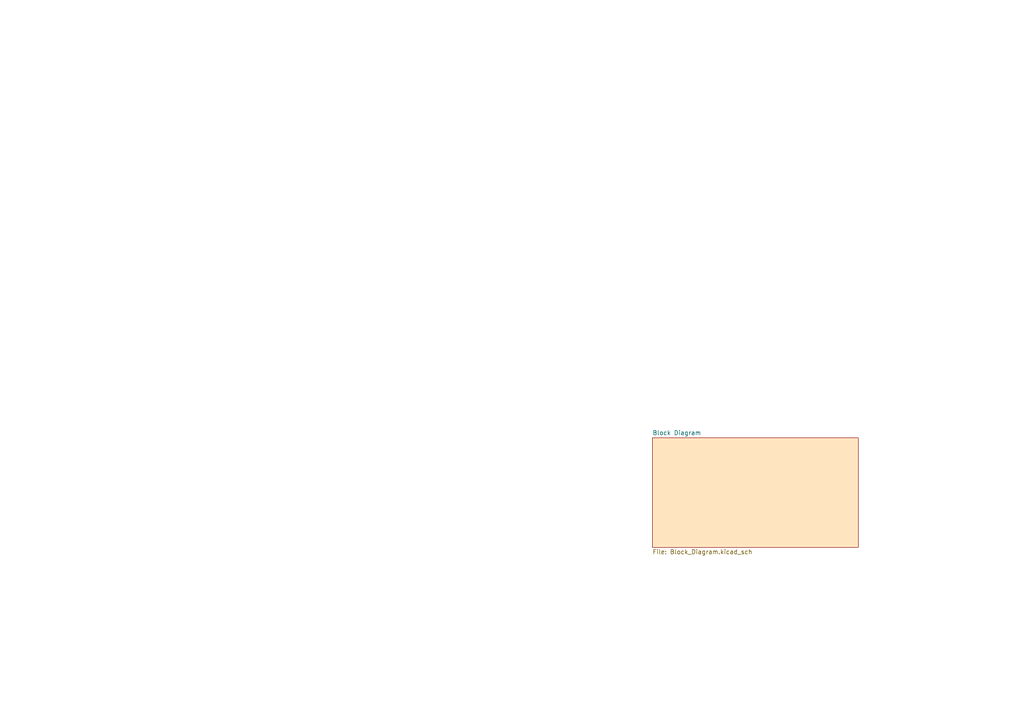
<source format=kicad_sch>
(kicad_sch
	(version 20250114)
	(generator "eeschema")
	(generator_version "9.0")
	(uuid "18612734-e331-4379-b1d3-176cfdcf99d5")
	(paper "A4")
	(lib_symbols)
	(sheet
		(at 189.23 127)
		(size 59.69 31.75)
		(exclude_from_sim no)
		(in_bom yes)
		(on_board yes)
		(dnp no)
		(fields_autoplaced yes)
		(stroke
			(width 0.1524)
			(type solid)
		)
		(fill
			(color 255 229 191 1.0000)
		)
		(uuid "b64e35a5-c86f-43a6-acb5-469d75a46b72")
		(property "Sheetname" "Block Diagram"
			(at 189.23 126.2884 0)
			(effects
				(font
					(size 1.27 1.27)
				)
				(justify left bottom)
			)
		)
		(property "Sheetfile" "Block_Diagram.kicad_sch"
			(at 189.23 159.3346 0)
			(effects
				(font
					(size 1.27 1.27)
				)
				(justify left top)
			)
		)
		(instances
			(project "ETH1CVOLT_B"
				(path "/18612734-e331-4379-b1d3-176cfdcf99d5"
					(page "2")
				)
			)
		)
	)
	(sheet_instances
		(path "/"
			(page "1")
		)
	)
	(embedded_fonts no)
)

</source>
